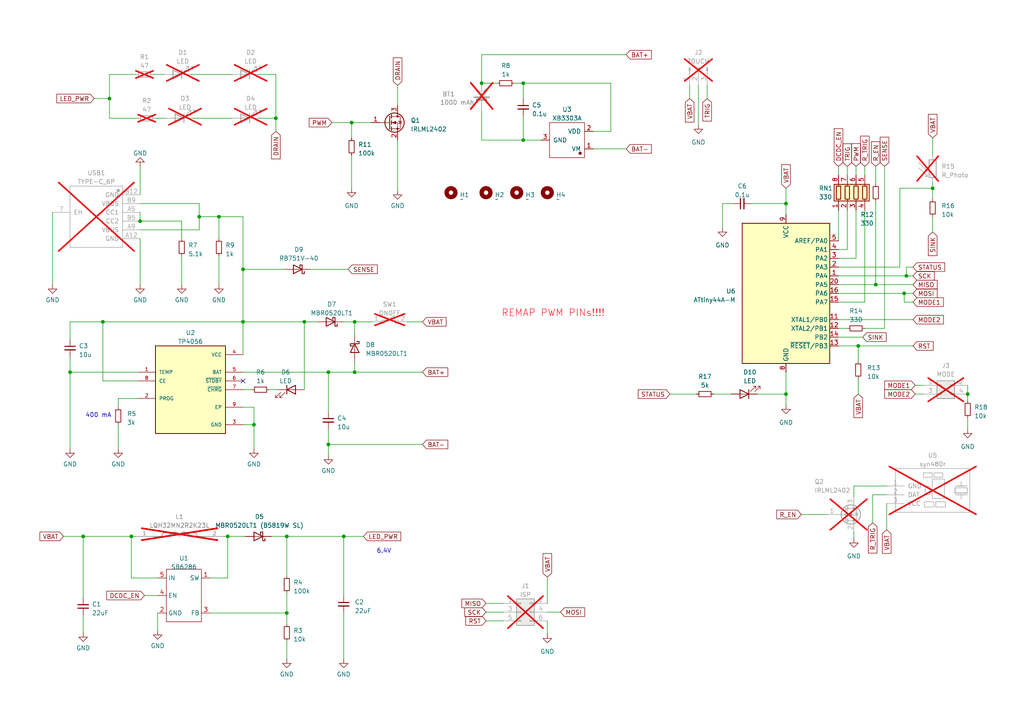
<source format=kicad_sch>
(kicad_sch (version 20230121) (generator eeschema)
  (paper "A4")
  (lib_symbols
    (symbol "Connector:Conn_01x03_Pin" (pin_names (offset 1.016) hide)
      (property "Reference" "J" (at 0 5.08 0))
      (property "Value" "Conn_01x03_Pin" (at 0 -5.08 0))
      (symbol "Conn_01x03_Pin_1_1"
        (polyline (pts (xy 1.27 -2.54) (xy 0.8636 -2.54)) (stroke (width 0.1524)))
        (polyline (pts (xy 1.27 0) (xy 0.8636 0)) (stroke (width 0.1524)))
        (polyline (pts (xy 1.27 2.54) (xy 0.8636 2.54)) (stroke (width 0.1524)))
        (rectangle (start 0.8636 -2.413) (end 0 -2.667) (stroke (width 0.1524)) (fill (type outline)))
        (rectangle (start 0.8636 0.127) (end 0 -0.127) (stroke (width 0.1524)) (fill (type outline)))
        (rectangle (start 0.8636 2.667) (end 0 2.413) (stroke (width 0.1524)) (fill (type outline)))
        (pin passive line (at 5.08 2.54 180) (length 3.81) (name "Pin_1") (number "1"))
        (pin passive line (at 5.08 0 180) (length 3.81) (name "Pin_2") (number "2"))
        (pin passive line (at 5.08 -2.54 180) (length 3.81) (name "Pin_3") (number "3"))
      )
    )
    (symbol "Connector_Generic:Conn_02x02_Odd_Even" (pin_names (offset 1.016) hide)
      (property "Reference" "J" (at 1.27 2.54 0))
      (property "Value" "Conn_02x02_Odd_Even" (at 1.27 -5.08 0))
      (symbol "Conn_02x02_Odd_Even_1_1"
        (rectangle (start -1.27 -2.413) (end 0 -2.667) (stroke (width 0.1524)))
        (rectangle (start -1.27 0.127) (end 0 -0.127) (stroke (width 0.1524)))
        (rectangle (start -1.27 1.27) (end 3.81 -3.81) (stroke (width 0.254)) (fill (type background)))
        (rectangle (start 3.81 -2.413) (end 2.54 -2.667) (stroke (width 0.1524)))
        (rectangle (start 3.81 0.127) (end 2.54 -0.127) (stroke (width 0.1524)))
        (pin passive line (at -5.08 0 0) (length 3.81) (name "Pin_1") (number "1"))
        (pin passive line (at 7.62 0 180) (length 3.81) (name "Pin_2") (number "2"))
        (pin passive line (at -5.08 -2.54 0) (length 3.81) (name "Pin_3") (number "3"))
        (pin passive line (at 7.62 -2.54 180) (length 3.81) (name "Pin_4") (number "4"))
      )
    )
    (symbol "Connector_Generic:Conn_02x03_Odd_Even" (pin_names (offset 1.016) hide)
      (property "Reference" "J" (at 1.27 5.08 0))
      (property "Value" "Conn_02x03_Odd_Even" (at 1.27 -5.08 0))
      (symbol "Conn_02x03_Odd_Even_1_1"
        (rectangle (start -1.27 -2.413) (end 0 -2.667) (stroke (width 0.1524)))
        (rectangle (start -1.27 0.127) (end 0 -0.127) (stroke (width 0.1524)))
        (rectangle (start -1.27 2.667) (end 0 2.413) (stroke (width 0.1524)))
        (rectangle (start -1.27 3.81) (end 3.81 -3.81) (stroke (width 0.254)) (fill (type background)))
        (rectangle (start 3.81 -2.413) (end 2.54 -2.667) (stroke (width 0.1524)))
        (rectangle (start 3.81 0.127) (end 2.54 -0.127) (stroke (width 0.1524)))
        (rectangle (start 3.81 2.667) (end 2.54 2.413) (stroke (width 0.1524)))
        (pin passive line (at -5.08 2.54 0) (length 3.81) (name "Pin_1") (number "1"))
        (pin passive line (at 7.62 2.54 180) (length 3.81) (name "Pin_2") (number "2"))
        (pin passive line (at -5.08 0 0) (length 3.81) (name "Pin_3") (number "3"))
        (pin passive line (at 7.62 0 180) (length 3.81) (name "Pin_4") (number "4"))
        (pin passive line (at -5.08 -2.54 0) (length 3.81) (name "Pin_5") (number "5"))
        (pin passive line (at 7.62 -2.54 180) (length 3.81) (name "Pin_6") (number "6"))
      )
    )
    (symbol "Device:Battery_Cell" (pin_numbers hide) (pin_names (offset 0) hide)
      (property "Reference" "BT" (at 2.54 2.54 0))
      (property "Value" "Battery_Cell" (at 2.54 0 0))
      (symbol "Battery_Cell_0_1"
        (rectangle (start -2.286 1.778) (end 2.286 1.524) (fill (type outline)))
        (rectangle (start -1.5748 1.1938) (end 1.4732 0.6858) (fill (type outline)))
        (polyline (pts (xy 0 0.762) (xy 0 0)))
        (polyline (pts (xy 0 1.778) (xy 0 2.54)))
        (polyline (pts (xy 0.508 3.429) (xy 1.524 3.429)) (stroke (width 0.254)))
        (polyline (pts (xy 1.016 3.937) (xy 1.016 2.921)) (stroke (width 0.254)))
      )
      (symbol "Battery_Cell_1_1"
        (pin passive line (at 0 5.08 270) (length 2.54) (name "+") (number "1"))
        (pin passive line (at 0 -2.54 90) (length 2.54) (name "-") (number "2"))
      )
    )
    (symbol "Device:C_Small" (pin_numbers hide) (pin_names (offset 0.254) hide)
      (property "Reference" "C" (at 0.254 1.778 0))
      (property "Value" "C_Small" (at 0.254 -2.032 0))
      (symbol "C_Small_0_1"
        (polyline (pts (xy -1.524 -0.508) (xy 1.524 -0.508)) (stroke (width 0.3302)))
        (polyline (pts (xy -1.524 0.508) (xy 1.524 0.508)) (stroke (width 0.3048)))
      )
      (symbol "C_Small_1_1"
        (pin passive line (at 0 2.54 270) (length 2.032) (name "~") (number "1"))
        (pin passive line (at 0 -2.54 90) (length 2.032) (name "~") (number "2"))
      )
    )
    (symbol "Device:D_Schottky" (pin_numbers hide) (pin_names (offset 1.016) hide)
      (property "Reference" "D" (at 0 2.54 0))
      (property "Value" "D_Schottky" (at 0 -2.54 0))
      (symbol "D_Schottky_0_1"
        (polyline (pts (xy 1.27 0) (xy -1.27 0)))
        (polyline (pts (xy 1.27 1.27) (xy 1.27 -1.27) (xy -1.27 0) (xy 1.27 1.27)) (stroke (width 0.254)))
        (polyline (pts (xy -1.905 0.635) (xy -1.905 1.27) (xy -1.27 1.27) (xy -1.27 -1.27) (xy -0.635 -1.27) (xy -0.635 -0.635)) (stroke (width 0.254)))
      )
      (symbol "D_Schottky_1_1"
        (pin passive line (at -3.81 0 0) (length 2.54) (name "K") (number "1"))
        (pin passive line (at 3.81 0 180) (length 2.54) (name "A") (number "2"))
      )
    )
    (symbol "Device:LED" (pin_numbers hide) (pin_names (offset 1.016) hide)
      (property "Reference" "D" (at 0 2.54 0))
      (property "Value" "LED" (at 0 -2.54 0))
      (symbol "LED_0_1"
        (polyline (pts (xy -1.27 -1.27) (xy -1.27 1.27)) (stroke (width 0.254)))
        (polyline (pts (xy -1.27 0) (xy 1.27 0)))
        (polyline (pts (xy 1.27 -1.27) (xy 1.27 1.27) (xy -1.27 0) (xy 1.27 -1.27)) (stroke (width 0.254)))
        (polyline (pts (xy -3.048 -0.762) (xy -4.572 -2.286) (xy -3.81 -2.286) (xy -4.572 -2.286) (xy -4.572 -1.524)))
        (polyline (pts (xy -1.778 -0.762) (xy -3.302 -2.286) (xy -2.54 -2.286) (xy -3.302 -2.286) (xy -3.302 -1.524)))
      )
      (symbol "LED_1_1"
        (pin passive line (at -3.81 0 0) (length 2.54) (name "K") (number "1"))
        (pin passive line (at 3.81 0 180) (length 2.54) (name "A") (number "2"))
      )
    )
    (symbol "Device:Q_NMOS_GSD" (pin_names (offset 0) hide)
      (property "Reference" "Q" (at 5.08 1.27 0))
      (property "Value" "Q_NMOS_GSD" (at 5.08 -1.27 0))
      (symbol "Q_NMOS_GSD_0_1"
        (polyline (pts (xy 0.254 0) (xy -2.54 0)))
        (polyline (pts (xy 0.254 1.905) (xy 0.254 -1.905)) (stroke (width 0.254)))
        (polyline (pts (xy 0.762 -1.27) (xy 0.762 -2.286)) (stroke (width 0.254)))
        (polyline (pts (xy 0.762 0.508) (xy 0.762 -0.508)) (stroke (width 0.254)))
        (polyline (pts (xy 0.762 2.286) (xy 0.762 1.27)) (stroke (width 0.254)))
        (polyline (pts (xy 2.54 2.54) (xy 2.54 1.778)))
        (polyline (pts (xy 2.54 -2.54) (xy 2.54 0) (xy 0.762 0)))
        (polyline (pts (xy 0.762 -1.778) (xy 3.302 -1.778) (xy 3.302 1.778) (xy 0.762 1.778)))
        (polyline (pts (xy 1.016 0) (xy 2.032 0.381) (xy 2.032 -0.381) (xy 1.016 0)) (fill (type outline)))
        (polyline (pts (xy 2.794 0.508) (xy 2.921 0.381) (xy 3.683 0.381) (xy 3.81 0.254)))
        (polyline (pts (xy 3.302 0.381) (xy 2.921 -0.254) (xy 3.683 -0.254) (xy 3.302 0.381)))
        (circle (center 1.651 0) (radius 2.794) (stroke (width 0.254)))
        (circle (center 2.54 -1.778) (radius 0.254) (fill (type outline)))
        (circle (center 2.54 1.778) (radius 0.254) (fill (type outline)))
      )
      (symbol "Q_NMOS_GSD_1_1"
        (pin input line (at -5.08 0 0) (length 2.54) (name "G") (number "1"))
        (pin passive line (at 2.54 -5.08 90) (length 2.54) (name "S") (number "2"))
        (pin passive line (at 2.54 5.08 270) (length 2.54) (name "D") (number "3"))
      )
    )
    (symbol "Device:R_Pack04" (pin_names (offset 0) hide)
      (property "Reference" "RN" (at -7.62 0 90))
      (property "Value" "R_Pack04" (at 5.08 0 90))
      (symbol "R_Pack04_0_1"
        (rectangle (start -6.35 -2.413) (end 3.81 2.413) (stroke (width 0.254)) (fill (type background)))
        (rectangle (start -5.715 1.905) (end -4.445 -1.905) (stroke (width 0.254)))
        (rectangle (start -3.175 1.905) (end -1.905 -1.905) (stroke (width 0.254)))
        (rectangle (start -0.635 1.905) (end 0.635 -1.905) (stroke (width 0.254)))
        (polyline (pts (xy -5.08 -2.54) (xy -5.08 -1.905)))
        (polyline (pts (xy -5.08 1.905) (xy -5.08 2.54)))
        (polyline (pts (xy -2.54 -2.54) (xy -2.54 -1.905)))
        (polyline (pts (xy -2.54 1.905) (xy -2.54 2.54)))
        (polyline (pts (xy 0 -2.54) (xy 0 -1.905)))
        (polyline (pts (xy 0 1.905) (xy 0 2.54)))
        (polyline (pts (xy 2.54 -2.54) (xy 2.54 -1.905)))
        (polyline (pts (xy 2.54 1.905) (xy 2.54 2.54)))
        (rectangle (start 1.905 1.905) (end 3.175 -1.905) (stroke (width 0.254)))
      )
      (symbol "R_Pack04_1_1"
        (pin passive line (at -5.08 -5.08 90) (length 2.54) (name "R1.1") (number "1"))
        (pin passive line (at -2.54 -5.08 90) (length 2.54) (name "R2.1") (number "2"))
        (pin passive line (at 0 -5.08 90) (length 2.54) (name "R3.1") (number "3"))
        (pin passive line (at 2.54 -5.08 90) (length 2.54) (name "R4.1") (number "4"))
        (pin passive line (at 2.54 5.08 270) (length 2.54) (name "R4.2") (number "5"))
        (pin passive line (at 0 5.08 270) (length 2.54) (name "R3.2") (number "6"))
        (pin passive line (at -2.54 5.08 270) (length 2.54) (name "R2.2") (number "7"))
        (pin passive line (at -5.08 5.08 270) (length 2.54) (name "R1.2") (number "8"))
      )
    )
    (symbol "Device:R_Photo" (pin_numbers hide) (pin_names (offset 0))
      (property "Reference" "R" (at 1.27 1.27 0))
      (property "Value" "R_Photo" (at 1.27 0 0))
      (symbol "R_Photo_0_1"
        (rectangle (start -1.016 2.54) (end 1.016 -2.54) (stroke (width 0.254)))
        (polyline (pts (xy -1.524 -2.286) (xy -4.064 0.254)))
        (polyline (pts (xy -1.524 -2.286) (xy -2.286 -2.286)))
        (polyline (pts (xy -1.524 -2.286) (xy -1.524 -1.524)))
        (polyline (pts (xy -1.524 -0.762) (xy -4.064 1.778)))
        (polyline (pts (xy -1.524 -0.762) (xy -2.286 -0.762)))
        (polyline (pts (xy -1.524 -0.762) (xy -1.524 0)))
      )
      (symbol "R_Photo_1_1"
        (pin passive line (at 0 3.81 270) (length 1.27) (name "~") (number "1"))
        (pin passive line (at 0 -3.81 90) (length 1.27) (name "~") (number "2"))
      )
    )
    (symbol "Device:R_Small" (pin_numbers hide) (pin_names (offset 0.254) hide)
      (property "Reference" "R" (at 0.762 0.508 0))
      (property "Value" "R_Small" (at 0.762 -1.016 0))
      (symbol "R_Small_0_1"
        (rectangle (start -0.762 1.778) (end 0.762 -1.778) (stroke (width 0.2032)))
      )
      (symbol "R_Small_1_1"
        (pin passive line (at 0 2.54 270) (length 0.762) (name "~") (number "1"))
        (pin passive line (at 0 -2.54 90) (length 0.762) (name "~") (number "2"))
      )
    )
    (symbol "LQH32MN2R2K23L:LQH32MN2R2K23L" (pin_names (offset 1.016))
      (property "Reference" "L" (at -10.16 7.62 0))
      (property "Value" "LQH32MN2R2K23L" (at -10.16 5.08 0))
      (symbol "LQH32MN2R2K23L_0_0"
        (arc (start -2.54 0) (mid -3.81 1.2645) (end -5.08 0) (stroke (width 0.254)))
        (arc (start 0 0) (mid -1.27 1.2645) (end -2.54 0) (stroke (width 0.254)))
        (polyline (pts (xy -5.08 0) (xy -7.62 0)) (stroke (width 0.254)))
        (polyline (pts (xy 5.08 0) (xy 7.62 0)) (stroke (width 0.254)))
        (arc (start 2.54 0) (mid 1.27 1.2645) (end 0 0) (stroke (width 0.254)))
        (arc (start 5.08 0) (mid 3.81 1.2645) (end 2.54 0) (stroke (width 0.254)))
        (pin passive line (at -12.7 0 0) (length 5.08) (name "~") (number "1"))
        (pin passive line (at 12.7 0 180) (length 5.08) (name "~") (number "2"))
      )
    )
    (symbol "MCU_Microchip_ATtiny:ATtiny44A-M"
      (property "Reference" "U" (at -12.7 21.59 0))
      (property "Value" "ATtiny44A-M" (at 2.54 -21.59 0))
      (symbol "ATtiny44A-M_0_1"
        (rectangle (start -12.7 -20.32) (end 12.7 20.32) (stroke (width 0.254)) (fill (type background)))
      )
      (symbol "ATtiny44A-M_1_1"
        (pin bidirectional line (at 15.24 5.08 180) (length 2.54) (name "PA4") (number "1"))
        (pin no_connect line (at -12.7 -10.16 0) (length 2.54) hide (name "NC") (number "10"))
        (pin bidirectional line (at 15.24 -7.62 180) (length 2.54) (name "XTAL1/PB0") (number "11"))
        (pin bidirectional line (at 15.24 -10.16 180) (length 2.54) (name "XTAL2/PB1") (number "12"))
        (pin bidirectional line (at 15.24 -15.24 180) (length 2.54) (name "~{RESET}/PB3") (number "13"))
        (pin bidirectional line (at 15.24 -12.7 180) (length 2.54) (name "PB2") (number "14"))
        (pin bidirectional line (at 15.24 -2.54 180) (length 2.54) (name "PA7") (number "15"))
        (pin bidirectional line (at 15.24 0 180) (length 2.54) (name "PA6") (number "16"))
        (pin no_connect line (at -12.7 -12.7 0) (length 2.54) hide (name "NC") (number "17"))
        (pin no_connect line (at -12.7 -15.24 0) (length 2.54) hide (name "NC") (number "18"))
        (pin no_connect line (at -12.7 -17.78 0) (length 2.54) hide (name "NC") (number "19"))
        (pin bidirectional line (at 15.24 7.62 180) (length 2.54) (name "PA3") (number "2"))
        (pin bidirectional line (at 15.24 2.54 180) (length 2.54) (name "PA5") (number "20"))
        (pin passive line (at 0 -22.86 90) (length 2.54) hide (name "GND") (number "21"))
        (pin bidirectional line (at 15.24 10.16 180) (length 2.54) (name "PA2") (number "3"))
        (pin bidirectional line (at 15.24 12.7 180) (length 2.54) (name "PA1") (number "4"))
        (pin bidirectional line (at 15.24 15.24 180) (length 2.54) (name "AREF/PA0") (number "5"))
        (pin no_connect line (at -12.7 -5.08 0) (length 2.54) hide (name "NC") (number "6"))
        (pin no_connect line (at -12.7 -7.62 0) (length 2.54) hide (name "NC") (number "7"))
        (pin power_in line (at 0 -22.86 90) (length 2.54) (name "GND") (number "8"))
        (pin power_in line (at 0 22.86 270) (length 2.54) (name "VCC") (number "9"))
      )
    )
    (symbol "Mechanical:MountingHole" (pin_names (offset 1.016))
      (property "Reference" "H" (at 0 5.08 0))
      (property "Value" "MountingHole" (at 0 3.175 0))
      (symbol "MountingHole_0_1"
        (circle (center 0 0) (radius 1.27) (stroke (width 1.27)))
      )
    )
    (symbol "Switch:SW_SPST" (pin_names (offset 0) hide)
      (property "Reference" "SW" (at 0 3.175 0))
      (property "Value" "SW_SPST" (at 0 -2.54 0))
      (symbol "SW_SPST_0_0"
        (circle (center -2.032 0) (radius 0.508))
        (polyline (pts (xy -1.524 0.254) (xy 1.524 1.778)))
        (circle (center 2.032 0) (radius 0.508))
      )
      (symbol "SW_SPST_1_1"
        (pin passive line (at -5.08 0 0) (length 2.54) (name "A") (number "1"))
        (pin passive line (at 5.08 0 180) (length 2.54) (name "B") (number "2"))
      )
    )
    (symbol "TP4056:TP4056" (pin_names (offset 1.016))
      (property "Reference" "U" (at -10.16 13.208 0))
      (property "Value" "TP4056" (at -10.16 -15.24 0))
      (symbol "TP4056_0_0"
        (rectangle (start -10.16 -12.7) (end 10.16 12.7) (stroke (width 0.254)) (fill (type background)))
        (pin input line (at -15.24 5.08 0) (length 5.08) (name "TEMP") (number "1"))
        (pin bidirectional line (at -15.24 -2.54 0) (length 5.08) (name "PROG") (number "2"))
        (pin power_in line (at 15.24 -10.16 180) (length 5.08) (name "GND") (number "3"))
        (pin power_in line (at 15.24 10.16 180) (length 5.08) (name "VCC") (number "4"))
        (pin output line (at 15.24 5.08 180) (length 5.08) (name "BAT") (number "5"))
        (pin output line (at 15.24 2.54 180) (length 5.08) (name "~{STDBY}") (number "6"))
        (pin output line (at 15.24 0 180) (length 5.08) (name "~{CHRG}") (number "7"))
        (pin input line (at -15.24 2.54 0) (length 5.08) (name "CE") (number "8"))
        (pin passive line (at 15.24 -5.08 180) (length 5.08) (name "EP") (number "9"))
      )
    )
    (symbol "glebko:SB6286"
      (property "Reference" "U" (at 0 11.43 0))
      (property "Value" "SB6286" (at 0 13.97 0))
      (symbol "SB6286_0_1"
        (rectangle (start -5.08 8.89) (end 5.08 -6.35))
      )
      (symbol "SB6286_1_1"
        (pin unspecified line (at 7.62 6.35 180) (length 2.54) (name "SW") (number "1"))
        (pin unspecified line (at -7.62 -3.81 0) (length 2.54) (name "GND") (number "2"))
        (pin unspecified line (at 7.62 -3.81 180) (length 2.54) (name "FB") (number "3"))
        (pin unspecified line (at -7.62 1.27 0) (length 2.54) (name "EN") (number "4"))
        (pin unspecified line (at -7.62 6.35 0) (length 2.54) (name "IN") (number "5"))
        (pin no_connect line (at 7.62 1.27 180) (length 2.54) hide (name "NC") (number "6"))
      )
    )
    (symbol "kicad_lceda:TYPE-C_6P" (pin_names (offset 1.016))
      (property "Reference" "USB" (at 0 10.2362 0))
      (property "Value" "TYPE-C_6P" (at 0 15.3162 0))
      (symbol "TYPE-C_6P_1_1"
        (rectangle (start -5.08 7.62) (end 10.16 -10.16) (stroke (width 0.1524)))
        (circle (center -3.81 6.35) (radius 0.381) (stroke (width 0.1524)) (fill (type outline)))
        (pin input line (at 15.24 0 180) (length 5.08) (name "EH") (number "7"))
        (pin input line (at -10.16 -7.62 0) (length 5.08) (name "GND") (number "A12"))
        (pin input line (at -10.16 0 0) (length 5.08) (name "CC1") (number "A5"))
        (pin input line (at -10.16 -5.08 0) (length 5.08) (name "VBUS") (number "A9"))
        (pin input line (at -10.16 5.08 0) (length 5.08) (name "GND") (number "B12"))
        (pin input line (at -10.16 -2.54 0) (length 5.08) (name "CC2") (number "B5"))
        (pin input line (at -10.16 2.54 0) (length 5.08) (name "VBUS") (number "B9"))
      )
    )
    (symbol "kicad_lceda:XB3303A" (pin_names (offset 1.016))
      (property "Reference" "U" (at 0 10.4394 0))
      (property "Value" "XB3303A" (at 0 15.5194 0))
      (symbol "XB3303A_1_1"
        (rectangle (start -5.08 5.08) (end 5.08 -5.08) (stroke (width 0.1524)))
        (circle (center -3.81 -3.81) (radius 0.381) (stroke (width 0.1524)) (fill (type outline)))
        (pin input line (at -2.54 -7.62 90) (length 2.54) (name "VM") (number "1"))
        (pin input line (at 2.54 -7.62 90) (length 2.54) (name "VDD") (number "2"))
        (pin input line (at 0 7.62 270) (length 2.54) (name "GND") (number "3"))
      )
    )
    (symbol "power:GND" (power) (pin_names (offset 0))
      (property "Value" "GND" (at 0 -3.81 0))
      (symbol "GND_0_1"
        (polyline (pts (xy 0 0) (xy 0 -1.27) (xy 1.27 -1.27) (xy 0 -2.54) (xy -1.27 -1.27) (xy 0 -1.27)))
      )
      (symbol "GND_1_1"
        (pin power_in line (at 0 0 270) (length 0) hide (name "GND") (number "1"))
      )
    )
    (symbol "rf:syn480r" (pin_names (offset 1.016))
      (property "Reference" "U5" (at 0.635 10.16 0))
      (property "Value" "syn480r" (at 0.635 7.62 0))
      (symbol "syn480r_1_1"
        (rectangle (start -10.16 6.35) (end 11.43 -6.35) (stroke (width 0.1524)))
        (rectangle (start -2.032 5.08) (end 0.508 3.81) (stroke (width 0.1524)))
        (rectangle (start -1.778 -3.302) (end 1.016 -4.826) (stroke (width 0.1524)))
        (rectangle (start -1.524 1.27) (end -0.254 -1.27) (stroke (width 0.1524)))
        (polyline (pts (xy 8.89 -1.27) (xy 8.89 -2.54)) (stroke (width 0.1524)))
        (polyline (pts (xy 8.89 2.54) (xy 8.89 1.27)) (stroke (width 0.1524)))
        (polyline (pts (xy 9.906 -1.27) (xy 7.874 -1.27)) (stroke (width 0.1524)))
        (polyline (pts (xy 9.906 1.27) (xy 7.874 1.27)) (stroke (width 0.1524)))
        (polyline (pts (xy 10.668 -1.27) (xy 7.112 -1.27)) (stroke (width 0.1524)))
        (polyline (pts (xy 10.668 0.762) (xy 10.668 -0.762)) (stroke (width 0.1524)))
        (polyline (pts (xy 10.668 1.27) (xy 7.112 1.27)) (stroke (width 0.1524)))
        (polyline (pts (xy 10.668 -0.762) (xy 7.112 -0.762) (xy 7.112 0.762) (xy 10.668 0.762)) (stroke (width 0.1524)))
        (polyline (pts (xy 7.112 0.762) (xy 10.668 0.762) (xy 10.668 -0.762) (xy 7.112 -0.762) (xy 7.112 0.762)) (stroke (width 0.1524)))
        (rectangle (start 0.508 3.302) (end 4.064 -2.286) (stroke (width 0.1524)))
        (rectangle (start 1.016 5.08) (end 3.556 3.81) (stroke (width 0.1524)))
        (rectangle (start 1.524 -3.302) (end 4.318 -4.826) (stroke (width 0.1524)))
        (pin input line (at -12.7 1.27 0) (length 5.08) (name "GND") (number "1"))
        (pin input line (at -12.7 -1.27 0) (length 5.08) (name "DAT") (number "2"))
        (pin input line (at -12.7 -3.81 0) (length 5.08) (name "VCC") (number "3"))
      )
    )
  )
  (junction (at 95.25 128.905))
  (junction (at 66.04 155.575))
  (junction (at 20.32 107.95))
  (junction (at 29.845 93.345))
  (junction (at 101.981 35.56))
  (junction (at 254 82.55))
  (junction (at 102.87 93.345))
  (junction (at 73.66 123.19))
  (junction (at 40.64 64.135))
  (junction (at 88.265 93.345))
  (junction (at 83.185 177.8))
  (junction (at 70.485 93.345))
  (junction (at 63.5 62.865))
  (junction (at 24.13 155.575))
  (junction (at 270.51 54.61))
  (junction (at 262.255 85.09))
  (junction (at 248.92 100.33))
  (junction (at 70.485 78.105))
  (junction (at 80.01 34.29))
  (junction (at 57.785 62.865))
  (junction (at 95.25 107.95))
  (junction (at 83.185 155.575))
  (junction (at 227.965 59.055))
  (junction (at 31.75 28.575))
  (junction (at 99.695 155.575))
  (junction (at 139.7 24.13))
  (junction (at 151.765 24.13))
  (junction (at 280.67 114.3))
  (junction (at 38.1 155.575))
  (junction (at 262.89 80.01))
  (junction (at 102.87 107.95))
  (junction (at 227.965 114.3))
  (junction (at 151.765 40.64))
  (no_connect (at 70.485 110.49))
  (wire (pts (xy 60.96 177.8) (xy 83.185 177.8)))
  (wire (pts (xy 232.41 149.225) (xy 240.03 149.225)))
  (wire (pts (xy 55.245 21.59) (xy 67.31 21.59)))
  (wire (pts (xy 245.745 60.96) (xy 245.745 72.39)))
  (wire (pts (xy 95.25 128.905) (xy 95.25 132.08)))
  (wire (pts (xy 243.205 85.09) (xy 262.255 85.09)))
  (wire (pts (xy 63.5 62.865) (xy 63.5 69.215)))
  (wire (pts (xy 39.37 21.59) (xy 31.75 21.59)))
  (wire (pts (xy 70.485 78.105) (xy 82.55 78.105)))
  (wire (pts (xy 260.985 77.47) (xy 243.205 77.47)))
  (wire (pts (xy 260.985 54.61) (xy 260.985 77.47)))
  (wire (pts (xy 227.965 114.3) (xy 227.965 117.475)))
  (wire (pts (xy 254 58.42) (xy 254 82.55)))
  (wire (pts (xy 248.92 100.33) (xy 264.795 100.33)))
  (wire (pts (xy 74.93 21.59) (xy 80.01 21.59)))
  (wire (pts (xy 280.67 111.76) (xy 280.67 114.3)))
  (wire (pts (xy 280.67 114.3) (xy 280.67 116.205)))
  (wire (pts (xy 254 82.55) (xy 264.795 82.55)))
  (wire (pts (xy 83.185 177.8) (xy 83.185 180.975)))
  (wire (pts (xy 262.89 80.01) (xy 264.795 80.01)))
  (wire (pts (xy 172.085 43.18) (xy 181.61 43.18)))
  (wire (pts (xy 40.005 115.57) (xy 34.29 115.57)))
  (wire (pts (xy 245.745 48.26) (xy 245.745 50.8)))
  (wire (pts (xy 20.32 93.345) (xy 20.32 98.425)))
  (wire (pts (xy 270.51 54.61) (xy 260.985 54.61)))
  (wire (pts (xy 250.825 48.26) (xy 250.825 50.8)))
  (wire (pts (xy 24.13 155.575) (xy 24.13 173.355)))
  (wire (pts (xy 149.225 24.13) (xy 151.765 24.13)))
  (wire (pts (xy 40.64 59.055) (xy 57.785 59.055)))
  (wire (pts (xy 102.87 93.345) (xy 99.695 93.345)))
  (wire (pts (xy 90.17 78.105) (xy 100.965 78.105)))
  (wire (pts (xy 254 48.26) (xy 254 53.34)))
  (wire (pts (xy 70.485 93.345) (xy 70.485 102.87)))
  (wire (pts (xy 248.285 48.26) (xy 248.285 50.8)))
  (wire (pts (xy 227.965 54.61) (xy 227.965 59.055)))
  (wire (pts (xy 41.91 172.72) (xy 45.72 172.72)))
  (wire (pts (xy 140.97 175.006) (xy 146.05 175.006)))
  (wire (pts (xy 265.43 111.76) (xy 267.97 111.76)))
  (wire (pts (xy 118.11 93.345) (xy 122.555 93.345)))
  (wire (pts (xy 243.205 60.96) (xy 243.205 69.85)))
  (wire (pts (xy 194.31 114.3) (xy 201.93 114.3)))
  (wire (pts (xy 24.13 155.575) (xy 38.1 155.575)))
  (wire (pts (xy 40.64 69.215) (xy 40.64 82.55)))
  (wire (pts (xy 217.805 59.055) (xy 227.965 59.055)))
  (wire (pts (xy 95.25 107.95) (xy 102.87 107.95)))
  (wire (pts (xy 243.205 92.71) (xy 264.795 92.71)))
  (wire (pts (xy 40.64 61.595) (xy 40.64 64.135)))
  (wire (pts (xy 88.265 93.345) (xy 70.485 93.345)))
  (wire (pts (xy 177.165 24.13) (xy 177.165 38.1)))
  (wire (pts (xy 70.485 118.11) (xy 73.66 118.11)))
  (wire (pts (xy 18.415 155.575) (xy 24.13 155.575)))
  (wire (pts (xy 45.72 177.8) (xy 45.72 182.88)))
  (wire (pts (xy 248.92 109.855) (xy 248.92 114.3)))
  (wire (pts (xy 200.025 24.765) (xy 200.025 28.575)))
  (wire (pts (xy 83.185 155.575) (xy 99.695 155.575)))
  (wire (pts (xy 29.845 93.345) (xy 20.32 93.345)))
  (wire (pts (xy 205.105 24.765) (xy 205.105 28.575)))
  (wire (pts (xy 63.5 74.295) (xy 63.5 82.55)))
  (wire (pts (xy 40.64 64.135) (xy 52.705 64.135)))
  (wire (pts (xy 280.67 121.285) (xy 280.67 124.46)))
  (wire (pts (xy 88.265 93.345) (xy 92.075 93.345)))
  (wire (pts (xy 151.765 40.64) (xy 139.7 40.64)))
  (wire (pts (xy 262.255 85.09) (xy 264.795 85.09)))
  (wire (pts (xy 52.705 64.135) (xy 52.705 69.215)))
  (wire (pts (xy 250.825 87.63) (xy 250.825 60.96)))
  (wire (pts (xy 31.75 34.29) (xy 40.005 34.29)))
  (wire (pts (xy 66.04 155.575) (xy 71.12 155.575)))
  (wire (pts (xy 158.75 177.546) (xy 162.56 177.546)))
  (wire (pts (xy 139.7 15.875) (xy 139.7 24.13)))
  (wire (pts (xy 181.61 15.875) (xy 139.7 15.875)))
  (wire (pts (xy 40.64 48.26) (xy 40.64 56.515)))
  (wire (pts (xy 102.87 97.155) (xy 102.87 93.345)))
  (wire (pts (xy 34.29 123.19) (xy 34.29 130.175)))
  (wire (pts (xy 80.01 34.29) (xy 74.93 34.29)))
  (wire (pts (xy 151.765 24.13) (xy 177.165 24.13)))
  (wire (pts (xy 78.74 155.575) (xy 83.185 155.575)))
  (wire (pts (xy 139.7 24.13) (xy 139.7 24.765)))
  (wire (pts (xy 70.485 113.03) (xy 73.025 113.03)))
  (wire (pts (xy 73.66 123.19) (xy 73.66 130.175)))
  (wire (pts (xy 64.77 155.575) (xy 66.04 155.575)))
  (wire (pts (xy 115.316 24.765) (xy 115.316 30.48)))
  (wire (pts (xy 243.205 87.63) (xy 250.825 87.63)))
  (wire (pts (xy 177.165 38.1) (xy 172.085 38.1)))
  (wire (pts (xy 247.65 154.305) (xy 247.65 156.21)))
  (wire (pts (xy 207.01 114.3) (xy 212.09 114.3)))
  (wire (pts (xy 45.085 34.29) (xy 48.26 34.29)))
  (wire (pts (xy 243.205 48.26) (xy 243.205 50.8)))
  (wire (pts (xy 60.96 167.64) (xy 66.04 167.64)))
  (wire (pts (xy 70.485 62.865) (xy 70.485 78.105)))
  (wire (pts (xy 115.316 40.64) (xy 115.316 55.245)))
  (wire (pts (xy 99.695 155.575) (xy 105.41 155.575)))
  (wire (pts (xy 40.005 107.95) (xy 20.32 107.95)))
  (wire (pts (xy 227.965 107.95) (xy 227.965 114.3)))
  (wire (pts (xy 202.565 24.765) (xy 202.565 36.195)))
  (wire (pts (xy 24.13 178.435) (xy 24.13 183.515)))
  (wire (pts (xy 20.32 103.505) (xy 20.32 107.95)))
  (wire (pts (xy 140.97 180.086) (xy 146.05 180.086)))
  (wire (pts (xy 243.205 95.25) (xy 245.745 95.25)))
  (wire (pts (xy 102.87 93.345) (xy 107.95 93.345)))
  (wire (pts (xy 38.1 155.575) (xy 39.37 155.575)))
  (wire (pts (xy 70.485 107.95) (xy 95.25 107.95)))
  (wire (pts (xy 243.205 80.01) (xy 262.89 80.01)))
  (wire (pts (xy 34.29 115.57) (xy 34.29 118.11)))
  (wire (pts (xy 20.32 107.95) (xy 20.32 130.175)))
  (wire (pts (xy 80.01 21.59) (xy 80.01 34.29)))
  (wire (pts (xy 99.695 177.8) (xy 99.695 191.135)))
  (wire (pts (xy 102.87 104.775) (xy 102.87 107.95)))
  (wire (pts (xy 83.185 186.055) (xy 83.185 191.135)))
  (wire (pts (xy 156.845 40.64) (xy 151.765 40.64)))
  (wire (pts (xy 31.75 21.59) (xy 31.75 28.575)))
  (wire (pts (xy 248.285 74.93) (xy 248.285 60.96)))
  (wire (pts (xy 29.845 110.49) (xy 29.845 93.345)))
  (wire (pts (xy 243.205 100.33) (xy 248.92 100.33)))
  (wire (pts (xy 151.765 33.655) (xy 151.765 40.64)))
  (wire (pts (xy 265.43 114.3) (xy 267.97 114.3)))
  (wire (pts (xy 257.175 146.05) (xy 257.175 153.67)))
  (wire (pts (xy 70.485 78.105) (xy 70.485 93.345)))
  (wire (pts (xy 96.266 35.56) (xy 101.981 35.56)))
  (wire (pts (xy 264.795 77.47) (xy 262.89 77.47)))
  (wire (pts (xy 101.981 35.56) (xy 107.696 35.56)))
  (wire (pts (xy 140.97 177.546) (xy 146.05 177.546)))
  (wire (pts (xy 83.185 155.575) (xy 83.185 167.005)))
  (wire (pts (xy 270.51 40.005) (xy 270.51 45.085)))
  (wire (pts (xy 270.51 52.705) (xy 270.51 54.61)))
  (wire (pts (xy 151.765 24.13) (xy 151.765 28.575)))
  (wire (pts (xy 80.01 34.29) (xy 80.01 38.1)))
  (wire (pts (xy 78.105 113.03) (xy 80.645 113.03)))
  (wire (pts (xy 262.89 77.47) (xy 262.89 80.01)))
  (wire (pts (xy 139.7 40.64) (xy 139.7 32.385)))
  (wire (pts (xy 243.205 97.79) (xy 250.19 97.79)))
  (wire (pts (xy 245.745 72.39) (xy 243.205 72.39)))
  (wire (pts (xy 83.185 172.085) (xy 83.185 177.8)))
  (wire (pts (xy 38.1 167.64) (xy 45.72 167.64)))
  (wire (pts (xy 158.75 180.086) (xy 158.75 183.896)))
  (wire (pts (xy 40.005 110.49) (xy 29.845 110.49)))
  (wire (pts (xy 227.965 59.055) (xy 227.965 62.23)))
  (wire (pts (xy 15.24 61.595) (xy 15.24 82.55)))
  (wire (pts (xy 270.51 54.61) (xy 270.51 57.785)))
  (wire (pts (xy 31.75 28.575) (xy 31.75 34.29)))
  (wire (pts (xy 27.305 28.575) (xy 31.75 28.575)))
  (wire (pts (xy 270.51 62.865) (xy 270.51 67.31)))
  (wire (pts (xy 262.255 87.63) (xy 262.255 85.09)))
  (wire (pts (xy 95.25 107.95) (xy 95.25 119.38)))
  (wire (pts (xy 257.175 143.51) (xy 253.111 143.51)))
  (wire (pts (xy 256.54 95.25) (xy 250.825 95.25)))
  (wire (pts (xy 158.75 167.386) (xy 158.75 175.006)))
  (wire (pts (xy 95.25 124.46) (xy 95.25 128.905)))
  (wire (pts (xy 57.785 62.865) (xy 57.785 66.675)))
  (wire (pts (xy 38.1 167.64) (xy 38.1 155.575)))
  (wire (pts (xy 247.65 140.97) (xy 247.65 144.145)))
  (wire (pts (xy 40.64 66.675) (xy 57.785 66.675)))
  (wire (pts (xy 256.54 48.26) (xy 256.54 95.25)))
  (wire (pts (xy 55.88 34.29) (xy 67.31 34.29)))
  (wire (pts (xy 63.5 62.865) (xy 70.485 62.865)))
  (wire (pts (xy 248.92 100.33) (xy 248.92 104.775)))
  (wire (pts (xy 219.71 114.3) (xy 227.965 114.3)))
  (wire (pts (xy 73.66 118.11) (xy 73.66 123.19)))
  (wire (pts (xy 139.7 24.13) (xy 144.145 24.13)))
  (wire (pts (xy 99.695 155.575) (xy 99.695 172.72)))
  (wire (pts (xy 70.485 123.19) (xy 73.66 123.19)))
  (wire (pts (xy 101.981 45.085) (xy 101.981 54.61)))
  (wire (pts (xy 102.87 107.95) (xy 122.555 107.95)))
  (wire (pts (xy 52.705 74.295) (xy 52.705 82.55)))
  (wire (pts (xy 209.55 59.055) (xy 209.55 66.04)))
  (wire (pts (xy 44.45 21.59) (xy 47.625 21.59)))
  (wire (pts (xy 95.25 128.905) (xy 122.555 128.905)))
  (wire (pts (xy 243.205 74.93) (xy 248.285 74.93)))
  (wire (pts (xy 29.845 93.345) (xy 70.485 93.345)))
  (wire (pts (xy 57.785 59.055) (xy 57.785 62.865)))
  (wire (pts (xy 212.725 59.055) (xy 209.55 59.055)))
  (wire (pts (xy 247.65 140.97) (xy 257.175 140.97)))
  (wire (pts (xy 253.111 143.51) (xy 253.111 151.638)))
  (wire (pts (xy 101.981 35.56) (xy 101.981 40.005)))
  (wire (pts (xy 243.205 82.55) (xy 254 82.55)))
  (wire (pts (xy 57.785 62.865) (xy 63.5 62.865)))
  (wire (pts (xy 66.04 167.64) (xy 66.04 155.575)))
  (wire (pts (xy 88.265 113.03) (xy 88.265 93.345)))
  (wire (pts (xy 264.795 87.63) (xy 262.255 87.63)))
  (text "REMAP PWM PINs!!!!" (at 145.415 92.075 0) (effects (font (size 2 2)) (justify left bottom)))
  (text "400 mA\n" (at 24.765 121.285 0) (effects (font (size 1.27 1.27)) (justify left bottom)))
  (text "6.4V" (at 109.22 160.655 0) (effects (font (size 1.27 1.27)) (justify left bottom)))
  (global_label "MISO" (shape input) (at 264.795 82.55 0) (property "Intersheetrefs" "${INTERSHEET_REFS}" (effects hide)))
  (global_label "R_EN" (shape input) (at 254 48.26 90) (property "Intersheetrefs" "${INTERSHEET_REFS}" (effects hide)))
  (global_label "VBAT" (shape input) (at 200.025 28.575 270) (property "Intersheetrefs" "${INTERSHEET_REFS}" (effects hide)))
  (global_label "R_TRIG" (shape input) (at 250.825 48.26 90) (property "Intersheetrefs" "${INTERSHEET_REFS}" (effects hide)))
  (global_label "R_TRIG" (shape input) (at 253.111 151.638 270) (property "Intersheetrefs" "${INTERSHEET_REFS}" (effects hide)))
  (global_label "STATUS" (shape input) (at 194.31 114.3 180) (property "Intersheetrefs" "${INTERSHEET_REFS}" (effects hide)))
  (global_label "PWM" (shape input) (at 248.285 48.26 90) (property "Intersheetrefs" "${INTERSHEET_REFS}" (effects hide)))
  (global_label "STATUS" (shape input) (at 264.795 77.47 0) (property "Intersheetrefs" "${INTERSHEET_REFS}" (effects hide)))
  (global_label "LED_PWR" (shape input) (at 27.305 28.575 180) (property "Intersheetrefs" "${INTERSHEET_REFS}" (effects hide)))
  (global_label "MISO" (shape input) (at 140.97 175.006 180) (property "Intersheetrefs" "${INTERSHEET_REFS}" (effects hide)))
  (global_label "VBAT" (shape input) (at 158.75 167.386 90) (property "Intersheetrefs" "${INTERSHEET_REFS}" (effects hide)))
  (global_label "BAT-" (shape input) (at 122.555 128.905 0) (property "Intersheetrefs" "${INTERSHEET_REFS}" (effects hide)))
  (global_label "RST" (shape input) (at 140.97 180.086 180) (property "Intersheetrefs" "${INTERSHEET_REFS}" (effects hide)))
  (global_label "DCDC_EN" (shape input) (at 41.91 172.72 180) (property "Intersheetrefs" "${INTERSHEET_REFS}" (effects hide)))
  (global_label "SENSE" (shape input) (at 256.54 48.26 90) (property "Intersheetrefs" "${INTERSHEET_REFS}" (effects hide)))
  (global_label "TRIG" (shape input) (at 245.745 48.26 90) (property "Intersheetrefs" "${INTERSHEET_REFS}" (effects hide)))
  (global_label "PWM" (shape input) (at 96.266 35.56 180) (property "Intersheetrefs" "${INTERSHEET_REFS}" (effects hide)))
  (global_label "VBAT" (shape input) (at 257.175 153.67 270) (property "Intersheetrefs" "${INTERSHEET_REFS}" (effects hide)))
  (global_label "MODE2" (shape input) (at 265.43 114.3 180) (property "Intersheetrefs" "${INTERSHEET_REFS}" (effects hide)))
  (global_label "BAT-" (shape input) (at 181.61 43.18 0) (property "Intersheetrefs" "${INTERSHEET_REFS}" (effects hide)))
  (global_label "LED_PWR" (shape input) (at 105.41 155.575 0) (property "Intersheetrefs" "${INTERSHEET_REFS}" (effects hide)))
  (global_label "MODE1" (shape input) (at 265.43 111.76 180) (property "Intersheetrefs" "${INTERSHEET_REFS}" (effects hide)))
  (global_label "R_EN" (shape input) (at 232.41 149.225 180) (property "Intersheetrefs" "${INTERSHEET_REFS}" (effects hide)))
  (global_label "SCK" (shape input) (at 264.795 80.01 0) (property "Intersheetrefs" "${INTERSHEET_REFS}" (effects hide)))
  (global_label "DRAIN" (shape input) (at 115.316 24.765 90) (property "Intersheetrefs" "${INTERSHEET_REFS}" (effects hide)))
  (global_label "BAT+" (shape input) (at 122.555 107.95 0) (property "Intersheetrefs" "${INTERSHEET_REFS}" (effects hide)))
  (global_label "VBAT" (shape input) (at 248.92 114.3 270) (property "Intersheetrefs" "${INTERSHEET_REFS}" (effects hide)))
  (global_label "DRAIN" (shape input) (at 80.01 38.1 270) (property "Intersheetrefs" "${INTERSHEET_REFS}" (effects hide)))
  (global_label "MOSI" (shape input) (at 264.795 85.09 0) (property "Intersheetrefs" "${INTERSHEET_REFS}" (effects hide)))
  (global_label "SENSE" (shape input) (at 100.965 78.105 0) (property "Intersheetrefs" "${INTERSHEET_REFS}" (effects hide)))
  (global_label "MODE1" (shape input) (at 264.795 87.63 0) (property "Intersheetrefs" "${INTERSHEET_REFS}" (effects hide)))
  (global_label "VBAT" (shape input) (at 122.555 93.345 0) (property "Intersheetrefs" "${INTERSHEET_REFS}" (effects hide)))
  (global_label "DCDC_EN" (shape input) (at 243.205 48.26 90) (property "Intersheetrefs" "${INTERSHEET_REFS}" (effects hide)))
  (global_label "SINK" (shape input) (at 270.51 67.31 270) (property "Intersheetrefs" "${INTERSHEET_REFS}" (effects hide)))
  (global_label "VBAT" (shape input) (at 18.415 155.575 180) (property "Intersheetrefs" "${INTERSHEET_REFS}" (effects hide)))
  (global_label "MOSI" (shape input) (at 162.56 177.546 0) (property "Intersheetrefs" "${INTERSHEET_REFS}" (effects hide)))
  (global_label "VBAT" (shape input) (at 270.51 40.005 90) (property "Intersheetrefs" "${INTERSHEET_REFS}" (effects hide)))
  (global_label "RST" (shape input) (at 264.795 100.33 0) (property "Intersheetrefs" "${INTERSHEET_REFS}" (effects hide)))
  (global_label "BAT+" (shape input) (at 181.61 15.875 0) (property "Intersheetrefs" "${INTERSHEET_REFS}" (effects hide)))
  (global_label "SCK" (shape input) (at 140.97 177.546 180) (property "Intersheetrefs" "${INTERSHEET_REFS}" (effects hide)))
  (global_label "SINK" (shape input) (at 250.19 97.79 0) (property "Intersheetrefs" "${INTERSHEET_REFS}" (effects hide)))
  (global_label "TRIG" (shape input) (at 205.105 28.575 270) (property "Intersheetrefs" "${INTERSHEET_REFS}" (effects hide)))
  (global_label "VBAT" (shape input) (at 227.965 54.61 90) (property "Intersheetrefs" "${INTERSHEET_REFS}" (effects hide)))
  (global_label "MODE2" (shape input) (at 264.795 92.71 0) (property "Intersheetrefs" "${INTERSHEET_REFS}" (effects hide)))
  (symbol (lib_id "Device:LED") (at 84.455 113.03 0) (unit 1)
    (property "Reference" "D6" (at 82.8675 107.95 0))
    (property "Value" "LED" (at 82.8675 110.49 0))
    (property "Footprint" "LED_SMD:LED_0805_2012Metric" (effects hide))
    (property "LCSC" "C688886" (effects hide))
  )
  (symbol (lib_id "Device:C_Small") (at 95.25 121.92 0) (unit 1)
    (property "Reference" "C4" (at 97.79 121.2913 0) (effects (justify left)))
    (property "Value" "10u" (at 97.79 123.8313 0) (effects (justify left)))
    (property "Footprint" "Capacitor_SMD:C_0603_1608Metric" (effects hide))
    (property "LCSC" "C15850" (effects hide))
  )
  (symbol (lib_id "Device:LED") (at 215.9 114.3 180) (unit 1)
    (property "Reference" "D10" (at 217.4875 107.95 0))
    (property "Value" "LED" (at 217.4875 110.49 0))
    (property "Footprint" "LED_SMD:LED_0603_1608Metric" (effects hide))
  )
  (symbol (lib_id "Device:R_Small") (at 41.91 21.59 270) (unit 1) (in_bom no) (dnp yes)
    (property "Reference" "R1" (at 41.91 16.51 90))
    (property "Value" "47" (at 41.91 19.05 90))
    (property "Footprint" "Resistor_SMD:R_0805_2012Metric" (effects hide))
  )
  (symbol (lib_id "power:GND") (at 101.981 54.61 0) (unit 1)
    (property "Reference" "#PWR014" (effects hide))
    (property "Value" "GND" (at 101.981 59.69 0))
  )
  (symbol (lib_id "Device:R_Small") (at 280.67 118.745 180) (unit 1)
    (property "Reference" "R18" (at 282.575 118.11 0) (effects (justify right)))
    (property "Value" "10k" (at 282.575 120.65 0) (effects (justify right)))
    (property "Footprint" "Resistor_SMD:R_0603_1608Metric" (effects hide))
  )
  (symbol (lib_id "LQH32MN2R2K23L:LQH32MN2R2K23L") (at 52.07 155.575 0) (unit 1) (in_bom no) (dnp yes)
    (property "Reference" "L1" (at 52.07 149.86 0))
    (property "Value" "LQH32MN2R2K23L" (at 52.07 152.4 0))
    (property "Footprint" "lib:IND_LQH32MN2R2K23L" (effects hide))
    (property "MANUFACTURER" "Murata" (effects hide))
    (property "MAXIMUM_PACKAGE_HEIGHT" "2.2mm" (effects hide))
    (property "PARTREV" "N/A" (effects hide))
    (property "STANDARD" "Manufacturer Recommendations" (effects hide))
    (property "LCSC" "C603130" (effects hide))
  )
  (symbol (lib_id "power:GND") (at 280.67 124.46 0) (unit 1)
    (property "Reference" "#PWR012" (effects hide))
    (property "Value" "GND" (at 280.67 129.54 0))
  )
  (symbol (lib_id "Mechanical:MountingHole") (at 158.75 55.88 0) (unit 1)
    (property "Reference" "H4" (at 161.29 56.515 0) (effects (justify left)))
    (property "Value" "~" (at 161.29 57.785 0) (effects (justify left)))
    (property "Footprint" "MountingHole:MountingHole_2.5mm" (effects hide))
  )
  (symbol (lib_id "power:GND") (at 40.64 48.26 180) (unit 1)
    (property "Reference" "#PWR011" (effects hide))
    (property "Value" "GND" (at 40.64 44.45 0))
  )
  (symbol (lib_id "Device:R_Small") (at 204.47 114.3 90) (unit 1)
    (property "Reference" "R17" (at 204.47 109.22 90))
    (property "Value" "5k" (at 204.47 111.76 90))
    (property "Footprint" "Resistor_SMD:R_0603_1608Metric" (effects hide))
    (property "LCSC" "C17513" (effects hide))
  )
  (symbol (lib_id "Device:R_Small") (at 254 55.88 0) (unit 1)
    (property "Reference" "R12" (at 249.555 62.23 0) (effects (justify left)))
    (property "Value" "330" (at 249.555 64.77 0) (effects (justify left)))
    (property "Footprint" "Resistor_SMD:R_0603_1608Metric" (effects hide))
  )
  (symbol (lib_id "power:GND") (at 20.32 130.175 0) (unit 1)
    (property "Reference" "#PWR08" (effects hide))
    (property "Value" "GND" (at 20.32 134.62 0))
  )
  (symbol (lib_id "glebko:SB6286") (at 53.34 173.99 0) (unit 1)
    (property "Reference" "U1" (at 53.34 161.925 0))
    (property "Value" "SB6286" (at 53.34 164.465 0))
    (property "Footprint" "Package_TO_SOT_SMD:SOT-23-6" (effects hide))
    (property "Datasheet" "https://datasheet.lcsc.com/lcsc/1810242120_SHOUDING-SB6286_C157668.pdf" (effects hide))
    (property "LCSC" "C157668" (effects hide))
  )
  (symbol (lib_id "Device:C_Small") (at 99.695 175.26 0) (unit 1)
    (property "Reference" "C2" (at 102.87 174.6313 0) (effects (justify left)))
    (property "Value" "22uF" (at 102.87 177.1713 0) (effects (justify left)))
    (property "Footprint" "Capacitor_SMD:C_0805_2012Metric" (effects hide))
    (property "LCSC" "C398931" (effects hide))
  )
  (symbol (lib_id "power:GND") (at 209.55 66.04 0) (unit 1)
    (property "Reference" "#PWR018" (effects hide))
    (property "Value" "GND" (at 209.55 71.12 0))
  )
  (symbol (lib_id "Device:LED") (at 51.435 21.59 180) (unit 1) (in_bom no) (dnp yes)
    (property "Reference" "D1" (at 53.0225 15.24 0))
    (property "Value" "LED" (at 53.0225 17.78 0))
    (property "Footprint" "LED_SMD:LED_PLCC_2835_Handsoldering" (effects hide))
  )
  (symbol (lib_id "Device:Q_NMOS_GSD") (at 245.11 149.225 0) (unit 1) (dnp yes)
    (property "Reference" "Q2" (at 236.22 139.7 0) (effects (justify left)))
    (property "Value" "IRLML2402" (at 236.22 142.24 0) (effects (justify left)))
    (property "Footprint" "Package_TO_SOT_SMD:SOT-23" (effects hide))
    (property "LCSC" "C5364307" (effects hide))
  )
  (symbol (lib_id "Device:R_Small") (at 75.565 113.03 90) (unit 1)
    (property "Reference" "R6" (at 75.565 107.95 90))
    (property "Value" "1k" (at 75.565 110.49 90))
    (property "Footprint" "Resistor_SMD:R_0603_1608Metric" (effects hide))
    (property "LCSC" "C17513" (effects hide))
  )
  (symbol (lib_id "Device:R_Pack04") (at 248.285 55.88 0) (unit 1)
    (property "Reference" "RN1" (at 237.49 54.61 0) (effects (justify left)))
    (property "Value" "330" (at 237.49 57.15 0) (effects (justify left)))
    (property "Footprint" "Resistor_SMD:R_Array_Convex_4x0603" (effects hide))
  )
  (symbol (lib_id "power:GND") (at 45.72 182.88 0) (unit 1)
    (property "Reference" "#PWR03" (effects hide))
    (property "Value" "GND" (at 45.72 187.325 0))
  )
  (symbol (lib_id "Device:D_Schottky") (at 74.93 155.575 180) (unit 1)
    (property "Reference" "D5" (at 75.2475 149.86 0))
    (property "Value" "MBR0520LT1 (B5819W SL)" (at 75.2475 152.4 0))
    (property "Footprint" "Diode_SMD:D_SOD-123" (effects hide))
    (property "LCSC" "C8598" (effects hide))
  )
  (symbol (lib_id "rf:syn480r") (at 269.875 142.24 0) (unit 1) (in_bom no) (dnp yes)
    (property "Reference" "U5" (at 270.51 132.08 0))
    (property "Value" "syn480r" (at 270.51 134.62 0))
    (property "Footprint" "Connector_PinHeader_1.27mm:PinHeader_1x03_P1.27mm_Vertical" (effects hide))
    (property "uuid" "std:44d59ee03d0d4653b2b4eaacc7ee3c19" (effects hide))
  )
  (symbol (lib_id "Device:R_Small") (at 52.705 71.755 0) (unit 1)
    (property "Reference" "R7" (at 54.61 71.12 0) (effects (justify left)))
    (property "Value" "5.1k" (at 54.61 73.66 0) (effects (justify left)))
    (property "Footprint" "Resistor_SMD:R_0603_1608Metric" (effects hide))
  )
  (symbol (lib_id "Device:D_Schottky") (at 95.885 93.345 180) (unit 1)
    (property "Reference" "D7" (at 96.2025 88.265 0))
    (property "Value" "MBR0520LT1" (at 96.2025 90.805 0))
    (property "Footprint" "Diode_SMD:D_SOD-123" (effects hide))
  )
  (symbol (lib_id "Switch:SW_SPST") (at 113.03 93.345 0) (unit 1) (in_bom no) (dnp yes)
    (property "Reference" "SW1" (at 113.03 88.265 0))
    (property "Value" "ONOFF" (at 113.03 90.805 0))
    (property "Footprint" "Connector_PinHeader_1.27mm:PinHeader_1x02_P1.27mm_Vertical" (effects hide))
  )
  (symbol (lib_id "Device:LED") (at 52.07 34.29 180) (unit 1) (in_bom no) (dnp yes)
    (property "Reference" "D3" (at 53.6575 28.575 0))
    (property "Value" "LED" (at 53.6575 31.115 0))
    (property "Footprint" "LED_SMD:LED_PLCC_2835_Handsoldering" (effects hide))
  )
  (symbol (lib_id "Device:R_Small") (at 248.285 95.25 90) (unit 1)
    (property "Reference" "R14" (at 248.285 90.17 90))
    (property "Value" "330" (at 248.285 92.71 90))
    (property "Footprint" "Resistor_SMD:R_0603_1608Metric" (effects hide))
  )
  (symbol (lib_id "Mechanical:MountingHole") (at 140.97 55.88 0) (unit 1)
    (property "Reference" "H2" (at 143.51 56.515 0) (effects (justify left)))
    (property "Value" "~" (at 143.51 57.785 0) (effects (justify left)))
    (property "Footprint" "MountingHole:MountingHole_2.5mm" (effects hide))
  )
  (symbol (lib_id "kicad_lceda:TYPE-C_6P") (at 30.48 61.595 0) (mirror y) (unit 1) (in_bom no) (dnp yes)
    (property "Reference" "USB1" (at 27.94 50.165 0))
    (property "Value" "TYPE-C_6P" (at 27.94 52.705 0))
    (property "Footprint" "kicad_lceda:TYPE-C-SMD_TYPE-C-6P" (effects hide))
    (property "Datasheet" "http://www.szlcsc.com/product/details_458819.html" (effects hide))
    (property "SuppliersPartNumber" "C456012" (effects hide))
    (property "uuid" "std:0a171ef7e373401c97c56bac4124dee9" (effects hide))
  )
  (symbol (lib_id "Device:R_Small") (at 146.685 24.13 90) (unit 1)
    (property "Reference" "R8" (at 146.685 19.05 90))
    (property "Value" "1k" (at 146.685 21.59 90))
    (property "Footprint" "Resistor_SMD:R_0603_1608Metric" (effects hide))
    (property "LCSC" "C17513" (effects hide))
  )
  (symbol (lib_id "power:GND") (at 83.185 191.135 0) (unit 1)
    (property "Reference" "#PWR02" (effects hide))
    (property "Value" "GND" (at 83.185 195.58 0))
  )
  (symbol (lib_id "power:GND") (at 63.5 82.55 0) (unit 1)
    (property "Reference" "#PWR015" (effects hide))
    (property "Value" "GND" (at 63.5 86.995 0))
  )
  (symbol (lib_id "MCU_Microchip_ATtiny:ATtiny44A-M") (at 227.965 85.09 0) (unit 1)
    (property "Reference" "U6" (at 213.36 84.455 0) (effects (justify right)))
    (property "Value" "ATtiny44A-M" (at 213.36 86.995 0) (effects (justify right)))
    (property "Footprint" "Package_DFN_QFN:QFN-20-1EP_4x4mm_P0.5mm_EP2.6x2.6mm" (effects hide))
    (property "Datasheet" "http://ww1.microchip.com/downloads/en/DeviceDoc/doc8183.pdf" (effects hide))
  )
  (symbol (lib_id "power:GND") (at 24.13 183.515 0) (unit 1)
    (property "Reference" "#PWR04" (effects hide))
    (property "Value" "GND" (at 24.13 187.96 0))
  )
  (symbol (lib_id "Device:LED") (at 71.12 21.59 180) (unit 1) (in_bom no) (dnp yes)
    (property "Reference" "D2" (at 72.7075 15.24 0))
    (property "Value" "LED" (at 72.7075 17.78 0))
    (property "Footprint" "LED_SMD:LED_PLCC_2835_Handsoldering" (effects hide))
  )
  (symbol (lib_id "power:GND") (at 202.565 36.195 0) (unit 1)
    (property "Reference" "#PWR021" (effects hide))
    (property "Value" "GND" (at 202.565 41.275 0))
  )
  (symbol (lib_id "Device:Battery_Cell") (at 139.7 29.845 0) (unit 1) (in_bom no) (dnp yes)
    (property "Reference" "BT1" (at 128.27 27.305 0) (effects (justify left)))
    (property "Value" "1000 mAh" (at 127.635 29.718 0) (effects (justify left)))
    (property "Footprint" "Connector_PinHeader_1.27mm:PinHeader_1x02_P1.27mm_Vertical" (effects hide))
  )
  (symbol (lib_id "TP4056:TP4056") (at 55.245 113.03 0) (unit 1)
    (property "Reference" "U2" (at 55.245 96.52 0))
    (property "Value" "TP4056" (at 55.245 99.06 0))
    (property "Footprint" "TP4056:SOP127P600X175-9N" (effects hide))
    (property "STANDARD" "IPC 7351B" (effects hide))
    (property "MAXIMUM_PACKAGE_HEIGHT" "1.75mm" (effects hide))
    (property "MANUFACTURER" "NanJing Top Power ASIC Corp." (effects hide))
    (property "LCSC" "C16581" (effects hide))
  )
  (symbol (lib_id "power:GND") (at 247.65 156.21 0) (unit 1)
    (property "Reference" "#PWR020" (effects hide))
    (property "Value" "GND" (at 247.65 161.29 0))
  )
  (symbol (lib_id "power:GND") (at 73.66 130.175 0) (unit 1)
    (property "Reference" "#PWR06" (effects hide))
    (property "Value" "GND" (at 73.66 134.62 0))
  )
  (symbol (lib_id "Device:C_Small") (at 151.765 31.115 0) (unit 1)
    (property "Reference" "C5" (at 154.305 30.4863 0) (effects (justify left)))
    (property "Value" "0.1u" (at 154.305 33.0263 0) (effects (justify left)))
    (property "Footprint" "Capacitor_SMD:C_0603_1608Metric" (effects hide))
    (property "LCSC" "C15850" (effects hide))
  )
  (symbol (lib_id "Device:R_Small") (at 101.981 42.545 0) (unit 1)
    (property "Reference" "R11" (at 103.886 41.91 0) (effects (justify left)))
    (property "Value" "100k" (at 103.886 44.45 0) (effects (justify left)))
    (property "Footprint" "Resistor_SMD:R_0603_1608Metric" (effects hide))
    (property "LCSC" "C149504" (effects hide))
  )
  (symbol (lib_id "Device:D_Schottky") (at 86.36 78.105 180) (unit 1)
    (property "Reference" "D9" (at 86.6775 72.39 0))
    (property "Value" "RB751V-40" (at 86.6775 74.93 0))
    (property "Footprint" "Diode_SMD:D_SOD-323" (effects hide))
  )
  (symbol (lib_id "Connector:Conn_01x03_Pin") (at 202.565 19.685 90) (mirror x) (unit 1) (in_bom no) (dnp yes)
    (property "Reference" "J2" (at 202.565 15.24 90))
    (property "Value" "TOUCH" (at 202.565 17.78 90))
    (property "Footprint" "Connector_PinHeader_1.27mm:PinHeader_1x03_P1.27mm_Vertical" (effects hide))
  )
  (symbol (lib_id "kicad_lceda:XB3303A") (at 164.465 40.64 90) (unit 1)
    (property "Reference" "U3" (at 164.465 31.75 90))
    (property "Value" "XB3303A" (at 164.465 34.29 90))
    (property "Footprint" "kicad_lceda:SOT-23-3_L2.9-W1.3-P1.90-LS2.4-BR" (effects hide))
    (property "Datasheet" "http://www.szlcsc.com/product/details_166279.html" (effects hide))
    (property "SuppliersPartNumber" "C154937" (effects hide))
    (property "uuid" "std:db87aa0792b147599da6a9323692c5fe" (effects hide))
  )
  (symbol (lib_id "power:GND") (at 95.25 132.08 0) (unit 1)
    (property "Reference" "#PWR09" (effects hide))
    (property "Value" "GND" (at 95.25 136.525 0))
  )
  (symbol (lib_id "Mechanical:MountingHole") (at 130.81 55.88 0) (unit 1)
    (property "Reference" "H1" (at 133.35 56.515 0) (effects (justify left)))
    (property "Value" "~" (at 133.35 57.785 0) (effects (justify left)))
    (property "Footprint" "MountingHole:MountingHole_2.5mm" (effects hide))
  )
  (symbol (lib_id "Device:D_Schottky") (at 102.87 100.965 270) (unit 1)
    (property "Reference" "D8" (at 106.045 100.0125 90) (effects (justify left)))
    (property "Value" "MBR0520LT1" (at 106.045 102.5525 90) (effects (justify left)))
    (property "Footprint" "Diode_SMD:D_SOD-123" (effects hide))
  )
  (symbol (lib_id "Device:Q_NMOS_GSD") (at 112.776 35.56 0) (unit 1)
    (property "Reference" "Q1" (at 119.126 34.925 0) (effects (justify left)))
    (property "Value" "IRLML2402" (at 119.126 37.465 0) (effects (justify left)))
    (property "Footprint" "Package_TO_SOT_SMD:SOT-23" (effects hide))
    (property "LCSC" "C5364307" (effects hide))
  )
  (symbol (lib_id "Device:C_Small") (at 215.265 59.055 90) (unit 1)
    (property "Reference" "C6" (at 215.2713 53.975 90))
    (property "Value" "0.1u" (at 215.2713 56.515 90))
    (property "Footprint" "Capacitor_SMD:C_0603_1608Metric" (effects hide))
  )
  (symbol (lib_id "Device:R_Photo") (at 270.51 48.895 0) (unit 1) (in_bom no) (dnp yes)
    (property "Reference" "R15" (at 273.05 48.26 0) (effects (justify left)))
    (property "Value" "R_Photo" (at 273.05 50.8 0) (effects (justify left)))
    (property "Footprint" "Connector_PinHeader_1.27mm:PinHeader_1x02_P1.27mm_Vertical" (effects hide))
  )
  (symbol (lib_id "Device:R_Small") (at 63.5 71.755 180) (unit 1)
    (property "Reference" "R9" (at 65.405 71.12 0) (effects (justify right)))
    (property "Value" "1k" (at 65.405 73.66 0) (effects (justify right)))
    (property "Footprint" "Resistor_SMD:R_0603_1608Metric" (effects hide))
    (property "LCSC" "C17513" (effects hide))
  )
  (symbol (lib_id "power:GND") (at 40.64 82.55 0) (unit 1)
    (property "Reference" "#PWR013" (effects hide))
    (property "Value" "GND" (at 40.64 86.995 0))
  )
  (symbol (lib_id "Device:R_Small") (at 270.51 60.325 0) (unit 1)
    (property "Reference" "R16" (at 273.05 59.69 0) (effects (justify left)))
    (property "Value" "10k" (at 273.05 62.23 0) (effects (justify left)))
    (property "Footprint" "Resistor_SMD:R_0603_1608Metric" (effects hide))
  )
  (symbol (lib_id "power:GND") (at 227.965 117.475 0) (unit 1)
    (property "Reference" "#PWR019" (effects hide))
    (property "Value" "GND" (at 227.965 122.555 0))
  )
  (symbol (lib_id "Device:R_Small") (at 34.29 120.65 0) (unit 1)
    (property "Reference" "R5" (at 36.83 120.015 0) (effects (justify left)))
    (property "Value" "3k" (at 36.83 122.555 0) (effects (justify left)))
    (property "Footprint" "Resistor_SMD:R_0603_1608Metric" (effects hide))
    (property "LCSC" "C17661" (effects hide))
  )
  (symbol (lib_id "power:GND") (at 158.75 183.896 0) (unit 1)
    (property "Reference" "#PWR017" (effects hide))
    (property "Value" "GND" (at 158.75 188.976 0))
  )
  (symbol (lib_id "power:GND") (at 52.705 82.55 0) (unit 1)
    (property "Reference" "#PWR016" (effects hide))
    (property "Value" "GND" (at 52.705 86.995 0))
  )
  (symbol (lib_id "power:GND") (at 99.695 191.135 0) (unit 1)
    (property "Reference" "#PWR05" (effects hide))
    (property "Value" "GND" (at 99.695 195.58 0))
  )
  (symbol (lib_id "Mechanical:MountingHole") (at 149.86 55.88 0) (unit 1)
    (property "Reference" "H3" (at 152.4 56.515 0) (effects (justify left)))
    (property "Value" "~" (at 152.4 57.785 0) (effects (justify left)))
    (property "Footprint" "MountingHole:MountingHole_2.5mm" (effects hide))
  )
  (symbol (lib_id "power:GND") (at 34.29 130.175 0) (unit 1)
    (property "Reference" "#PWR07" (effects hide))
    (property "Value" "GND" (at 34.29 134.62 0))
  )
  (symbol (lib_id "Device:C_Small") (at 24.13 175.895 180) (unit 1)
    (property "Reference" "C1" (at 26.67 175.2536 0) (effects (justify right)))
    (property "Value" "22uF" (at 26.67 177.7936 0) (effects (justify right)))
    (property "Footprint" "Capacitor_SMD:C_0805_2012Metric" (effects hide))
    (property "LCSC" "C398931" (effects hide))
  )
  (symbol (lib_id "Device:LED") (at 71.12 34.29 180) (unit 1) (in_bom no) (dnp yes)
    (property "Reference" "D4" (at 72.7075 28.575 0))
    (property "Value" "LED" (at 72.7075 31.115 0))
    (property "Footprint" "LED_SMD:LED_PLCC_2835_Handsoldering" (effects hide))
  )
  (symbol (lib_id "Device:R_Small") (at 42.545 34.29 270) (unit 1) (in_bom no) (dnp yes)
    (property "Reference" "R2" (at 42.545 29.21 90))
    (property "Value" "47" (at 42.545 31.75 90))
    (property "Footprint" "Resistor_SMD:R_0805_2012Metric" (effects hide))
  )
  (symbol (lib_id "Device:R_Small") (at 83.185 183.515 0) (unit 1)
    (property "Reference" "R3" (at 85.09 182.88 0) (effects (justify left)))
    (property "Value" "10k" (at 85.09 185.42 0) (effects (justify left)))
    (property "Footprint" "Resistor_SMD:R_0603_1608Metric" (effects hide))
    (property "LCSC" "C17414" (effects hide))
  )
  (symbol (lib_id "Connector_Generic:Conn_02x03_Odd_Even") (at 151.13 177.546 0) (unit 1) (in_bom no) (dnp yes)
    (property "Reference" "J1" (at 152.4 169.926 0))
    (property "Value" "ISP" (at 152.4 172.466 0))
    (property "Footprint" "Connector_PinHeader_2.54mm:PinHeader_2x03_P2.54mm_Vertical" (effects hide))
  )
  (symbol (lib_id "Device:R_Small") (at 83.185 169.545 0) (unit 1)
    (property "Reference" "R4" (at 85.09 168.91 0) (effects (justify left)))
    (property "Value" "100k" (at 85.09 171.45 0) (effects (justify left)))
    (property "Footprint" "Resistor_SMD:R_0603_1608Metric" (effects hide))
    (property "LCSC" "C149504" (effects hide))
  )
  (symbol (lib_id "Device:C_Small") (at 20.32 100.965 0) (unit 1)
    (property "Reference" "C3" (at 22.86 100.3363 0) (effects (justify left)))
    (property "Value" "10u" (at 22.86 102.8763 0) (effects (justify left)))
    (property "Footprint" "Capacitor_SMD:C_0603_1608Metric" (effects hide))
    (property "LCSC" "C15850" (effects hide))
  )
  (symbol (lib_id "power:GND") (at 115.316 55.245 0) (unit 1)
    (property "Reference" "#PWR01" (effects hide))
    (property "Value" "GND" (at 115.316 59.69 0))
  )
  (symbol (lib_id "Connector_Generic:Conn_02x02_Odd_Even") (at 273.05 111.76 0) (unit 1) (in_bom no) (dnp yes)
    (property "Reference" "J3" (at 274.32 106.045 0))
    (property "Value" "MODE" (at 274.32 108.585 0))
    (property "Footprint" "Connector_PinHeader_2.54mm:PinHeader_2x02_P2.54mm_Vertical" (effects hide))
  )
  (symbol (lib_id "power:GND") (at 15.24 82.55 0) (unit 1)
    (property "Reference" "#PWR010" (effects hide))
    (property "Value" "GND" (at 15.24 86.995 0))
  )
  (symbol (lib_id "Device:R_Small") (at 248.92 107.315 0) (unit 1)
    (property "Reference" "R13" (at 251.46 106.68 0) (effects (justify left)))
    (property "Value" "10k" (at 251.46 109.22 0) (effects (justify left)))
    (property "Footprint" "Resistor_SMD:R_0603_1608Metric" (effects hide))
  )
)
</source>
